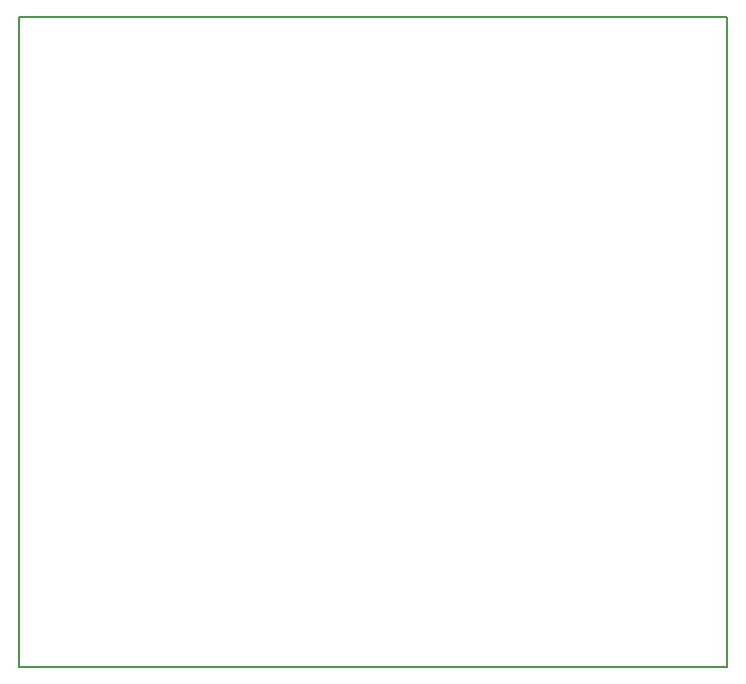
<source format=gm1>
G04 #@! TF.GenerationSoftware,KiCad,Pcbnew,5.0.0+dfsg1-2~bpo9+1*
G04 #@! TF.CreationDate,2018-10-31T22:12:09+01:00*
G04 #@! TF.ProjectId,minipid,6D696E697069642E6B696361645F7063,rev?*
G04 #@! TF.SameCoordinates,Original*
G04 #@! TF.FileFunction,Profile,NP*
%FSLAX46Y46*%
G04 Gerber Fmt 4.6, Leading zero omitted, Abs format (unit mm)*
G04 Created by KiCad (PCBNEW 5.0.0+dfsg1-2~bpo9+1) date Wed Oct 31 22:12:09 2018*
%MOMM*%
%LPD*%
G01*
G04 APERTURE LIST*
%ADD10C,0.150000*%
G04 APERTURE END LIST*
D10*
X110000000Y-90000000D02*
X110000000Y-145000000D01*
X50000000Y-145000000D02*
X110000000Y-145000000D01*
X50000000Y-90000000D02*
X50000000Y-145000000D01*
X50000000Y-90000000D02*
X110000000Y-90000000D01*
M02*

</source>
